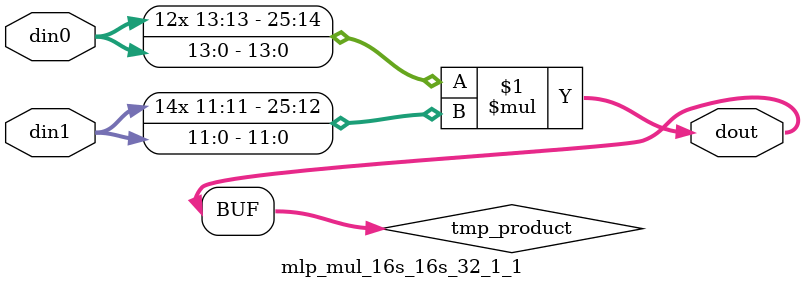
<source format=v>

`timescale 1 ns / 1 ps

 module mlp_mul_16s_16s_32_1_1(din0, din1, dout);
parameter ID = 1;
parameter NUM_STAGE = 0;
parameter din0_WIDTH = 14;
parameter din1_WIDTH = 12;
parameter dout_WIDTH = 26;

input [din0_WIDTH - 1 : 0] din0; 
input [din1_WIDTH - 1 : 0] din1; 
output [dout_WIDTH - 1 : 0] dout;

wire signed [dout_WIDTH - 1 : 0] tmp_product;



























assign tmp_product = $signed(din0) * $signed(din1);








assign dout = tmp_product;





















endmodule

</source>
